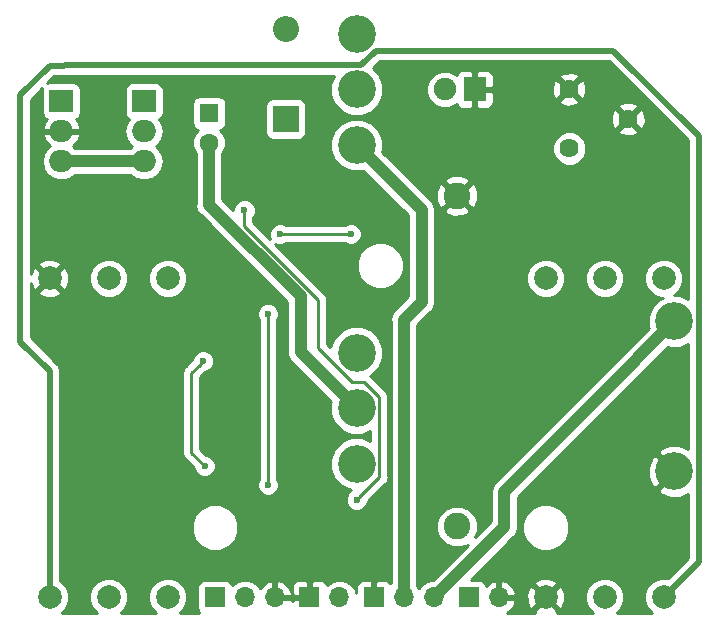
<source format=gbr>
G04 #@! TF.GenerationSoftware,KiCad,Pcbnew,(5.0.1-3-g963ef8bb5)*
G04 #@! TF.CreationDate,2019-05-01T10:43:29-06:00*
G04 #@! TF.ProjectId,NuisanceEngine,4E756973616E6365456E67696E652E6B,rev?*
G04 #@! TF.SameCoordinates,Original*
G04 #@! TF.FileFunction,Copper,L2,Bot,Signal*
G04 #@! TF.FilePolarity,Positive*
%FSLAX46Y46*%
G04 Gerber Fmt 4.6, Leading zero omitted, Abs format (unit mm)*
G04 Created by KiCad (PCBNEW (5.0.1-3-g963ef8bb5)) date Wednesday, 01 May 2019 at 10:43:29*
%MOMM*%
%LPD*%
G01*
G04 APERTURE LIST*
G04 #@! TA.AperFunction,ComponentPad*
%ADD10C,3.200000*%
G04 #@! TD*
G04 #@! TA.AperFunction,ComponentPad*
%ADD11O,2.200000X2.200000*%
G04 #@! TD*
G04 #@! TA.AperFunction,ComponentPad*
%ADD12R,2.200000X2.200000*%
G04 #@! TD*
G04 #@! TA.AperFunction,ComponentPad*
%ADD13O,2.000000X1.905000*%
G04 #@! TD*
G04 #@! TA.AperFunction,ComponentPad*
%ADD14R,2.000000X1.905000*%
G04 #@! TD*
G04 #@! TA.AperFunction,ComponentPad*
%ADD15C,2.000000*%
G04 #@! TD*
G04 #@! TA.AperFunction,ComponentPad*
%ADD16R,1.900000X2.000000*%
G04 #@! TD*
G04 #@! TA.AperFunction,ComponentPad*
%ADD17C,1.900000*%
G04 #@! TD*
G04 #@! TA.AperFunction,ComponentPad*
%ADD18C,2.262000*%
G04 #@! TD*
G04 #@! TA.AperFunction,ComponentPad*
%ADD19C,1.620000*%
G04 #@! TD*
G04 #@! TA.AperFunction,ComponentPad*
%ADD20O,1.700000X1.700000*%
G04 #@! TD*
G04 #@! TA.AperFunction,ComponentPad*
%ADD21R,1.700000X1.700000*%
G04 #@! TD*
G04 #@! TA.AperFunction,ComponentPad*
%ADD22R,1.600000X1.600000*%
G04 #@! TD*
G04 #@! TA.AperFunction,ComponentPad*
%ADD23C,1.600000*%
G04 #@! TD*
G04 #@! TA.AperFunction,ViaPad*
%ADD24C,0.600000*%
G04 #@! TD*
G04 #@! TA.AperFunction,Conductor*
%ADD25C,0.500000*%
G04 #@! TD*
G04 #@! TA.AperFunction,Conductor*
%ADD26C,0.250000*%
G04 #@! TD*
G04 #@! TA.AperFunction,Conductor*
%ADD27C,1.000000*%
G04 #@! TD*
G04 #@! TA.AperFunction,Conductor*
%ADD28C,0.254000*%
G04 #@! TD*
G04 APERTURE END LIST*
D10*
G04 #@! TO.P,SW1,1*
G04 #@! TO.N,Net-(LS1-Pad1)*
X80000000Y-86700000D03*
G04 #@! TO.P,SW1,2*
G04 #@! TO.N,Net-(C8-Pad2)*
X80000000Y-82000000D03*
G04 #@! TO.P,SW1,3*
G04 #@! TO.N,Net-(R22-Pad1)*
X80000000Y-77300000D03*
G04 #@! TD*
D11*
G04 #@! TO.P,D1,2*
G04 #@! TO.N,Net-(D1-Pad2)*
X74000000Y-49880000D03*
D12*
G04 #@! TO.P,D1,1*
G04 #@! TO.N,VDD*
X74000000Y-57500000D03*
G04 #@! TD*
D13*
G04 #@! TO.P,Q4,3*
G04 #@! TO.N,Net-(C8-Pad1)*
X55000000Y-61080000D03*
G04 #@! TO.P,Q4,2*
G04 #@! TO.N,GND*
X55000000Y-58540000D03*
D14*
G04 #@! TO.P,Q4,1*
G04 #@! TO.N,Net-(C7-Pad1)*
X55000000Y-56000000D03*
G04 #@! TD*
D13*
G04 #@! TO.P,Q3,3*
G04 #@! TO.N,Net-(C8-Pad1)*
X62000000Y-61080000D03*
G04 #@! TO.P,Q3,2*
G04 #@! TO.N,VDD*
X62000000Y-58540000D03*
D14*
G04 #@! TO.P,Q3,1*
G04 #@! TO.N,Net-(C7-Pad1)*
X62000000Y-56000000D03*
G04 #@! TD*
D15*
G04 #@! TO.P,RV2,3*
G04 #@! TO.N,Net-(C3-Pad1)*
X106000000Y-71000000D03*
G04 #@! TO.P,RV2,2*
G04 #@! TO.N,Net-(R10-Pad2)*
X101000000Y-71000000D03*
G04 #@! TO.P,RV2,1*
G04 #@! TO.N,Net-(RV2-Pad1)*
X96000000Y-71000000D03*
G04 #@! TD*
G04 #@! TO.P,RV5,3*
G04 #@! TO.N,Net-(C6-Pad1)*
X106000000Y-98000000D03*
G04 #@! TO.P,RV5,2*
G04 #@! TO.N,Net-(C7-Pad2)*
X101000000Y-98000000D03*
G04 #@! TO.P,RV5,1*
G04 #@! TO.N,GND*
X96000000Y-98000000D03*
G04 #@! TD*
G04 #@! TO.P,RV4,3*
G04 #@! TO.N,Net-(C6-Pad2)*
X64000000Y-98000000D03*
G04 #@! TO.P,RV4,2*
X59000000Y-98000000D03*
G04 #@! TO.P,RV4,1*
G04 #@! TO.N,Net-(C6-Pad1)*
X54000000Y-98000000D03*
G04 #@! TD*
G04 #@! TO.P,RV1,3*
G04 #@! TO.N,VDD*
X64000000Y-71000000D03*
G04 #@! TO.P,RV1,2*
G04 #@! TO.N,Net-(R2-Pad1)*
X59000000Y-71000000D03*
G04 #@! TO.P,RV1,1*
G04 #@! TO.N,GND*
X54000000Y-71000000D03*
G04 #@! TD*
D10*
G04 #@! TO.P,BT1,2*
G04 #@! TO.N,GND*
X106900000Y-87350000D03*
G04 #@! TO.P,BT1,1*
G04 #@! TO.N,Net-(BT1-Pad1)*
X106900000Y-74650000D03*
G04 #@! TD*
D16*
G04 #@! TO.P,D2,1*
G04 #@! TO.N,GND*
X90000000Y-55000000D03*
D17*
G04 #@! TO.P,D2,2*
G04 #@! TO.N,Net-(D2-Pad2)*
X87460000Y-55000000D03*
G04 #@! TD*
D18*
G04 #@! TO.P,R22,1*
G04 #@! TO.N,Net-(R22-Pad1)*
X88500000Y-92000000D03*
G04 #@! TO.P,R22,2*
G04 #@! TO.N,GND*
X88500000Y-64000000D03*
G04 #@! TD*
D19*
G04 #@! TO.P,RV3,3*
G04 #@! TO.N,Net-(RV2-Pad1)*
X98000000Y-60000000D03*
G04 #@! TO.P,RV3,2*
G04 #@! TO.N,GND*
X103000000Y-57500000D03*
G04 #@! TO.P,RV3,1*
X98000000Y-55000000D03*
G04 #@! TD*
D10*
G04 #@! TO.P,SW2,1*
G04 #@! TO.N,Net-(J3-Pad2)*
X80000000Y-59700000D03*
G04 #@! TO.P,SW2,2*
G04 #@! TO.N,Net-(D1-Pad2)*
X80000000Y-55000000D03*
G04 #@! TO.P,SW2,3*
G04 #@! TO.N,Net-(SW2-Pad3)*
X80000000Y-50300000D03*
G04 #@! TD*
D20*
G04 #@! TO.P,J1,2*
G04 #@! TO.N,Net-(J1-Pad2)*
X78540000Y-98000000D03*
D21*
G04 #@! TO.P,J1,1*
G04 #@! TO.N,GND*
X76000000Y-98000000D03*
G04 #@! TD*
D20*
G04 #@! TO.P,J2,3*
G04 #@! TO.N,GND*
X73080000Y-98000000D03*
G04 #@! TO.P,J2,2*
G04 #@! TO.N,Net-(C11-Pad1)*
X70540000Y-98000000D03*
D21*
G04 #@! TO.P,J2,1*
G04 #@! TO.N,Net-(C10-Pad1)*
X68000000Y-98000000D03*
G04 #@! TD*
G04 #@! TO.P,J3,1*
G04 #@! TO.N,GND*
X81460000Y-98000000D03*
D20*
G04 #@! TO.P,J3,2*
G04 #@! TO.N,Net-(J3-Pad2)*
X84000000Y-98000000D03*
G04 #@! TO.P,J3,3*
G04 #@! TO.N,Net-(BT1-Pad1)*
X86540000Y-98000000D03*
G04 #@! TD*
D21*
G04 #@! TO.P,LS1,1*
G04 #@! TO.N,Net-(LS1-Pad1)*
X89500000Y-98000000D03*
D20*
G04 #@! TO.P,LS1,2*
G04 #@! TO.N,GND*
X92040000Y-98000000D03*
G04 #@! TD*
D22*
G04 #@! TO.P,C8,1*
G04 #@! TO.N,Net-(C8-Pad1)*
X67500000Y-57000000D03*
D23*
G04 #@! TO.P,C8,2*
G04 #@! TO.N,Net-(C8-Pad2)*
X67500000Y-59500000D03*
G04 #@! TD*
D24*
G04 #@! TO.N,GND*
X67000000Y-82000000D03*
X67000000Y-80500000D03*
X71000000Y-71750000D03*
X70250000Y-71750000D03*
X72000000Y-64750000D03*
X72000000Y-64000000D03*
X71250000Y-93000000D03*
X71250000Y-92250000D03*
X75750000Y-60500000D03*
X77250000Y-64750000D03*
X82750000Y-72750000D03*
X81750000Y-72750000D03*
X71000000Y-57000000D03*
X71000000Y-57750000D03*
X87000000Y-76000000D03*
X88000000Y-76000000D03*
X89000000Y-76000000D03*
X90000000Y-76000000D03*
X89000000Y-77000000D03*
X90000000Y-77000000D03*
X87000000Y-77000000D03*
X88000000Y-77000000D03*
G04 #@! TO.N,Net-(C6-Pad2)*
X67125000Y-86875000D03*
X67000000Y-78000000D03*
G04 #@! TO.N,GND*
X87000000Y-78000000D03*
X88000000Y-78000000D03*
X89000000Y-78000000D03*
X90000000Y-78000000D03*
G04 #@! TO.N,Net-(R1-Pad2)*
X80000000Y-89750000D03*
X70500000Y-65250000D03*
G04 #@! TO.N,Net-(R14-Pad2)*
X72500000Y-74000000D03*
X72500000Y-88500000D03*
G04 #@! TO.N,Net-(R20-Pad2)*
X79500000Y-67250000D03*
X73500000Y-67250000D03*
G04 #@! TD*
D25*
G04 #@! TO.N,Net-(C6-Pad1)*
X54000000Y-96585787D02*
X54000000Y-98000000D01*
X54000000Y-78853998D02*
X54000000Y-96585787D01*
X106000000Y-98000000D02*
X108950001Y-95049999D01*
X55237498Y-53000000D02*
X54000000Y-53000000D01*
X51500000Y-55500000D02*
X51500000Y-76353998D01*
X55287499Y-52949999D02*
X55237498Y-53000000D01*
X51500000Y-76353998D02*
X54000000Y-78853998D01*
X80384003Y-52949999D02*
X55287499Y-52949999D01*
X101739999Y-51739999D02*
X81594003Y-51739999D01*
X54000000Y-53000000D02*
X51500000Y-55500000D01*
X108950001Y-58950001D02*
X101739999Y-51739999D01*
X108950001Y-95049999D02*
X108950001Y-58950001D01*
X81594003Y-51739999D02*
X80384003Y-52949999D01*
D26*
G04 #@! TO.N,Net-(C6-Pad2)*
X67000000Y-86750000D02*
X67125000Y-86875000D01*
X66000000Y-85750000D02*
X66000000Y-79000000D01*
X66700001Y-78299999D02*
X67000000Y-78000000D01*
X66000000Y-79000000D02*
X66700001Y-78299999D01*
X67125000Y-86875000D02*
X66000000Y-85750000D01*
D27*
G04 #@! TO.N,Net-(C8-Pad1)*
X55000000Y-61080000D02*
X62000000Y-61080000D01*
G04 #@! TO.N,Net-(C8-Pad2)*
X67500000Y-64750000D02*
X67500000Y-59500000D01*
X75250000Y-72500000D02*
X67500000Y-64750000D01*
X75250000Y-77250000D02*
X75250000Y-72500000D01*
X75250000Y-77250000D02*
X80000000Y-82000000D01*
G04 #@! TO.N,Net-(BT1-Pad1)*
X100500000Y-81050000D02*
X106900000Y-74650000D01*
X86540000Y-98000000D02*
X92500000Y-92040000D01*
X92500000Y-89050000D02*
X100500000Y-81050000D01*
X92500000Y-92040000D02*
X92500000Y-89050000D01*
D26*
G04 #@! TO.N,Net-(R1-Pad2)*
X76750000Y-76899002D02*
X79600998Y-79750000D01*
X76750000Y-72833260D02*
X76750000Y-76899002D01*
X70500000Y-66583260D02*
X76750000Y-72833260D01*
X70500000Y-65250000D02*
X70500000Y-66583260D01*
X80299999Y-89450001D02*
X80000000Y-89750000D01*
X81925001Y-87824999D02*
X80299999Y-89450001D01*
X80599002Y-79750000D02*
X81925001Y-81075999D01*
X81925001Y-81075999D02*
X81925001Y-87824999D01*
X79600998Y-79750000D02*
X80599002Y-79750000D01*
G04 #@! TO.N,Net-(R14-Pad2)*
X72500000Y-88500000D02*
X72500000Y-74000000D01*
G04 #@! TO.N,Net-(R20-Pad2)*
X73500000Y-67250000D02*
X79500000Y-67250000D01*
D27*
G04 #@! TO.N,Net-(J3-Pad2)*
X84000000Y-98000000D02*
X84000000Y-74500000D01*
X84000000Y-74500000D02*
X85500000Y-73000000D01*
X85500000Y-65200000D02*
X80000000Y-59700000D01*
X85500000Y-73000000D02*
X85500000Y-65200000D01*
G04 #@! TD*
D28*
G04 #@! TO.N,GND*
G36*
X108065001Y-85407143D02*
X107307654Y-85107974D01*
X106418637Y-85122635D01*
X105665390Y-85434640D01*
X105493403Y-85763798D01*
X106900000Y-87170395D01*
X106914143Y-87156253D01*
X107093748Y-87335858D01*
X107079605Y-87350000D01*
X107093748Y-87364143D01*
X106914143Y-87543748D01*
X106900000Y-87529605D01*
X105493403Y-88936202D01*
X105665390Y-89265360D01*
X106492346Y-89592026D01*
X107381363Y-89577365D01*
X108065001Y-89294193D01*
X108065001Y-94683420D01*
X106366375Y-96382046D01*
X106325222Y-96365000D01*
X105674778Y-96365000D01*
X105073847Y-96613914D01*
X104613914Y-97073847D01*
X104365000Y-97674778D01*
X104365000Y-98325222D01*
X104613914Y-98926153D01*
X104977761Y-99290000D01*
X102022239Y-99290000D01*
X102386086Y-98926153D01*
X102635000Y-98325222D01*
X102635000Y-97674778D01*
X102386086Y-97073847D01*
X101926153Y-96613914D01*
X101325222Y-96365000D01*
X100674778Y-96365000D01*
X100073847Y-96613914D01*
X99613914Y-97073847D01*
X99365000Y-97674778D01*
X99365000Y-98325222D01*
X99613914Y-98926153D01*
X99977761Y-99290000D01*
X96922102Y-99290000D01*
X96972927Y-99152532D01*
X96000000Y-98179605D01*
X95027073Y-99152532D01*
X95077898Y-99290000D01*
X92762608Y-99290000D01*
X92806924Y-99271645D01*
X93235183Y-98881358D01*
X93481486Y-98356892D01*
X93360819Y-98127000D01*
X92167000Y-98127000D01*
X92167000Y-98147000D01*
X91913000Y-98147000D01*
X91913000Y-98127000D01*
X91893000Y-98127000D01*
X91893000Y-97873000D01*
X91913000Y-97873000D01*
X91913000Y-96679845D01*
X92167000Y-96679845D01*
X92167000Y-97873000D01*
X93360819Y-97873000D01*
X93433011Y-97735461D01*
X94354092Y-97735461D01*
X94378144Y-98385460D01*
X94580613Y-98874264D01*
X94847468Y-98972927D01*
X95820395Y-98000000D01*
X96179605Y-98000000D01*
X97152532Y-98972927D01*
X97419387Y-98874264D01*
X97645908Y-98264539D01*
X97621856Y-97614540D01*
X97419387Y-97125736D01*
X97152532Y-97027073D01*
X96179605Y-98000000D01*
X95820395Y-98000000D01*
X94847468Y-97027073D01*
X94580613Y-97125736D01*
X94354092Y-97735461D01*
X93433011Y-97735461D01*
X93481486Y-97643108D01*
X93235183Y-97118642D01*
X92937626Y-96847468D01*
X95027073Y-96847468D01*
X96000000Y-97820395D01*
X96972927Y-96847468D01*
X96874264Y-96580613D01*
X96264539Y-96354092D01*
X95614540Y-96378144D01*
X95125736Y-96580613D01*
X95027073Y-96847468D01*
X92937626Y-96847468D01*
X92806924Y-96728355D01*
X92396890Y-96558524D01*
X92167000Y-96679845D01*
X91913000Y-96679845D01*
X91683110Y-96558524D01*
X91273076Y-96728355D01*
X90968739Y-97005708D01*
X90948157Y-96902235D01*
X90807809Y-96692191D01*
X90597765Y-96551843D01*
X90350000Y-96502560D01*
X89642571Y-96502560D01*
X93223522Y-92921610D01*
X93318289Y-92858289D01*
X93569146Y-92482855D01*
X93635000Y-92151783D01*
X93635000Y-92151782D01*
X93657235Y-92040000D01*
X93635000Y-91928217D01*
X93635000Y-91705159D01*
X94015000Y-91705159D01*
X94015000Y-92494841D01*
X94317199Y-93224412D01*
X94875588Y-93782801D01*
X95605159Y-94085000D01*
X96394841Y-94085000D01*
X97124412Y-93782801D01*
X97682801Y-93224412D01*
X97985000Y-92494841D01*
X97985000Y-91705159D01*
X97682801Y-90975588D01*
X97124412Y-90417199D01*
X96394841Y-90115000D01*
X95605159Y-90115000D01*
X94875588Y-90417199D01*
X94317199Y-90975588D01*
X94015000Y-91705159D01*
X93635000Y-91705159D01*
X93635000Y-89520131D01*
X96212785Y-86942346D01*
X104657974Y-86942346D01*
X104672635Y-87831363D01*
X104984640Y-88584610D01*
X105313798Y-88756597D01*
X106720395Y-87350000D01*
X105313798Y-85943403D01*
X104984640Y-86115390D01*
X104657974Y-86942346D01*
X96212785Y-86942346D01*
X101381608Y-81773525D01*
X101381612Y-81773519D01*
X106324405Y-76830727D01*
X106455431Y-76885000D01*
X107344569Y-76885000D01*
X108065002Y-76586587D01*
X108065001Y-85407143D01*
X108065001Y-85407143D01*
G37*
X108065001Y-85407143D02*
X107307654Y-85107974D01*
X106418637Y-85122635D01*
X105665390Y-85434640D01*
X105493403Y-85763798D01*
X106900000Y-87170395D01*
X106914143Y-87156253D01*
X107093748Y-87335858D01*
X107079605Y-87350000D01*
X107093748Y-87364143D01*
X106914143Y-87543748D01*
X106900000Y-87529605D01*
X105493403Y-88936202D01*
X105665390Y-89265360D01*
X106492346Y-89592026D01*
X107381363Y-89577365D01*
X108065001Y-89294193D01*
X108065001Y-94683420D01*
X106366375Y-96382046D01*
X106325222Y-96365000D01*
X105674778Y-96365000D01*
X105073847Y-96613914D01*
X104613914Y-97073847D01*
X104365000Y-97674778D01*
X104365000Y-98325222D01*
X104613914Y-98926153D01*
X104977761Y-99290000D01*
X102022239Y-99290000D01*
X102386086Y-98926153D01*
X102635000Y-98325222D01*
X102635000Y-97674778D01*
X102386086Y-97073847D01*
X101926153Y-96613914D01*
X101325222Y-96365000D01*
X100674778Y-96365000D01*
X100073847Y-96613914D01*
X99613914Y-97073847D01*
X99365000Y-97674778D01*
X99365000Y-98325222D01*
X99613914Y-98926153D01*
X99977761Y-99290000D01*
X96922102Y-99290000D01*
X96972927Y-99152532D01*
X96000000Y-98179605D01*
X95027073Y-99152532D01*
X95077898Y-99290000D01*
X92762608Y-99290000D01*
X92806924Y-99271645D01*
X93235183Y-98881358D01*
X93481486Y-98356892D01*
X93360819Y-98127000D01*
X92167000Y-98127000D01*
X92167000Y-98147000D01*
X91913000Y-98147000D01*
X91913000Y-98127000D01*
X91893000Y-98127000D01*
X91893000Y-97873000D01*
X91913000Y-97873000D01*
X91913000Y-96679845D01*
X92167000Y-96679845D01*
X92167000Y-97873000D01*
X93360819Y-97873000D01*
X93433011Y-97735461D01*
X94354092Y-97735461D01*
X94378144Y-98385460D01*
X94580613Y-98874264D01*
X94847468Y-98972927D01*
X95820395Y-98000000D01*
X96179605Y-98000000D01*
X97152532Y-98972927D01*
X97419387Y-98874264D01*
X97645908Y-98264539D01*
X97621856Y-97614540D01*
X97419387Y-97125736D01*
X97152532Y-97027073D01*
X96179605Y-98000000D01*
X95820395Y-98000000D01*
X94847468Y-97027073D01*
X94580613Y-97125736D01*
X94354092Y-97735461D01*
X93433011Y-97735461D01*
X93481486Y-97643108D01*
X93235183Y-97118642D01*
X92937626Y-96847468D01*
X95027073Y-96847468D01*
X96000000Y-97820395D01*
X96972927Y-96847468D01*
X96874264Y-96580613D01*
X96264539Y-96354092D01*
X95614540Y-96378144D01*
X95125736Y-96580613D01*
X95027073Y-96847468D01*
X92937626Y-96847468D01*
X92806924Y-96728355D01*
X92396890Y-96558524D01*
X92167000Y-96679845D01*
X91913000Y-96679845D01*
X91683110Y-96558524D01*
X91273076Y-96728355D01*
X90968739Y-97005708D01*
X90948157Y-96902235D01*
X90807809Y-96692191D01*
X90597765Y-96551843D01*
X90350000Y-96502560D01*
X89642571Y-96502560D01*
X93223522Y-92921610D01*
X93318289Y-92858289D01*
X93569146Y-92482855D01*
X93635000Y-92151783D01*
X93635000Y-92151782D01*
X93657235Y-92040000D01*
X93635000Y-91928217D01*
X93635000Y-91705159D01*
X94015000Y-91705159D01*
X94015000Y-92494841D01*
X94317199Y-93224412D01*
X94875588Y-93782801D01*
X95605159Y-94085000D01*
X96394841Y-94085000D01*
X97124412Y-93782801D01*
X97682801Y-93224412D01*
X97985000Y-92494841D01*
X97985000Y-91705159D01*
X97682801Y-90975588D01*
X97124412Y-90417199D01*
X96394841Y-90115000D01*
X95605159Y-90115000D01*
X94875588Y-90417199D01*
X94317199Y-90975588D01*
X94015000Y-91705159D01*
X93635000Y-91705159D01*
X93635000Y-89520131D01*
X96212785Y-86942346D01*
X104657974Y-86942346D01*
X104672635Y-87831363D01*
X104984640Y-88584610D01*
X105313798Y-88756597D01*
X106720395Y-87350000D01*
X105313798Y-85943403D01*
X104984640Y-86115390D01*
X104657974Y-86942346D01*
X96212785Y-86942346D01*
X101381608Y-81773525D01*
X101381612Y-81773519D01*
X106324405Y-76830727D01*
X106455431Y-76885000D01*
X107344569Y-76885000D01*
X108065002Y-76586587D01*
X108065001Y-85407143D01*
G36*
X108065002Y-59316581D02*
X108065002Y-72713413D01*
X107344569Y-72415000D01*
X106856348Y-72415000D01*
X106926153Y-72386086D01*
X107386086Y-71926153D01*
X107635000Y-71325222D01*
X107635000Y-70674778D01*
X107386086Y-70073847D01*
X106926153Y-69613914D01*
X106325222Y-69365000D01*
X105674778Y-69365000D01*
X105073847Y-69613914D01*
X104613914Y-70073847D01*
X104365000Y-70674778D01*
X104365000Y-71325222D01*
X104613914Y-71926153D01*
X105073847Y-72386086D01*
X105674778Y-72635000D01*
X105924305Y-72635000D01*
X105633974Y-72755259D01*
X105005259Y-73383974D01*
X104665000Y-74205431D01*
X104665000Y-75094569D01*
X104719273Y-75225595D01*
X99776481Y-80168388D01*
X99776475Y-80168392D01*
X91776480Y-88168389D01*
X91681712Y-88231711D01*
X91587354Y-88372928D01*
X91430854Y-88607146D01*
X91342765Y-89050000D01*
X91365001Y-89161788D01*
X91365000Y-91569868D01*
X90041432Y-92893437D01*
X90266000Y-92351279D01*
X90266000Y-91648721D01*
X89997143Y-90999641D01*
X89500359Y-90502857D01*
X88851279Y-90234000D01*
X88148721Y-90234000D01*
X87499641Y-90502857D01*
X87002857Y-90999641D01*
X86734000Y-91648721D01*
X86734000Y-92351279D01*
X87002857Y-93000359D01*
X87499641Y-93497143D01*
X88148721Y-93766000D01*
X88851279Y-93766000D01*
X89393437Y-93541431D01*
X86419869Y-96515000D01*
X86393744Y-96515000D01*
X85960582Y-96601161D01*
X85469375Y-96929375D01*
X85270000Y-97227761D01*
X85135000Y-97025719D01*
X85135000Y-74970131D01*
X86223521Y-73881611D01*
X86318289Y-73818289D01*
X86569146Y-73442855D01*
X86635000Y-73111783D01*
X86635000Y-73111782D01*
X86657235Y-73000001D01*
X86635000Y-72888219D01*
X86635000Y-70674778D01*
X94365000Y-70674778D01*
X94365000Y-71325222D01*
X94613914Y-71926153D01*
X95073847Y-72386086D01*
X95674778Y-72635000D01*
X96325222Y-72635000D01*
X96926153Y-72386086D01*
X97386086Y-71926153D01*
X97635000Y-71325222D01*
X97635000Y-70674778D01*
X99365000Y-70674778D01*
X99365000Y-71325222D01*
X99613914Y-71926153D01*
X100073847Y-72386086D01*
X100674778Y-72635000D01*
X101325222Y-72635000D01*
X101926153Y-72386086D01*
X102386086Y-71926153D01*
X102635000Y-71325222D01*
X102635000Y-70674778D01*
X102386086Y-70073847D01*
X101926153Y-69613914D01*
X101325222Y-69365000D01*
X100674778Y-69365000D01*
X100073847Y-69613914D01*
X99613914Y-70073847D01*
X99365000Y-70674778D01*
X97635000Y-70674778D01*
X97386086Y-70073847D01*
X96926153Y-69613914D01*
X96325222Y-69365000D01*
X95674778Y-69365000D01*
X95073847Y-69613914D01*
X94613914Y-70073847D01*
X94365000Y-70674778D01*
X86635000Y-70674778D01*
X86635000Y-65311783D01*
X86647829Y-65247286D01*
X87432319Y-65247286D01*
X87547016Y-65527736D01*
X88204197Y-65776136D01*
X88906411Y-65754134D01*
X89452984Y-65527736D01*
X89567681Y-65247286D01*
X88500000Y-64179605D01*
X87432319Y-65247286D01*
X86647829Y-65247286D01*
X86657235Y-65200000D01*
X86569146Y-64757145D01*
X86381609Y-64476476D01*
X86318289Y-64381711D01*
X86223524Y-64318391D01*
X85609330Y-63704197D01*
X86723864Y-63704197D01*
X86745866Y-64406411D01*
X86972264Y-64952984D01*
X87252714Y-65067681D01*
X88320395Y-64000000D01*
X88679605Y-64000000D01*
X89747286Y-65067681D01*
X90027736Y-64952984D01*
X90276136Y-64295803D01*
X90254134Y-63593589D01*
X90027736Y-63047016D01*
X89747286Y-62932319D01*
X88679605Y-64000000D01*
X88320395Y-64000000D01*
X87252714Y-62932319D01*
X86972264Y-63047016D01*
X86723864Y-63704197D01*
X85609330Y-63704197D01*
X84657847Y-62752714D01*
X87432319Y-62752714D01*
X88500000Y-63820395D01*
X89567681Y-62752714D01*
X89452984Y-62472264D01*
X88795803Y-62223864D01*
X88093589Y-62245866D01*
X87547016Y-62472264D01*
X87432319Y-62752714D01*
X84657847Y-62752714D01*
X82180727Y-60275595D01*
X82235000Y-60144569D01*
X82235000Y-59712572D01*
X96555000Y-59712572D01*
X96555000Y-60287428D01*
X96774988Y-60818527D01*
X97181473Y-61225012D01*
X97712572Y-61445000D01*
X98287428Y-61445000D01*
X98818527Y-61225012D01*
X99225012Y-60818527D01*
X99445000Y-60287428D01*
X99445000Y-59712572D01*
X99225012Y-59181473D01*
X98818527Y-58774988D01*
X98287428Y-58555000D01*
X97712572Y-58555000D01*
X97181473Y-58774988D01*
X96774988Y-59181473D01*
X96555000Y-59712572D01*
X82235000Y-59712572D01*
X82235000Y-59255431D01*
X81928299Y-58514988D01*
X102164617Y-58514988D01*
X102239980Y-58762144D01*
X102780834Y-58956916D01*
X103355055Y-58929886D01*
X103760020Y-58762144D01*
X103835383Y-58514988D01*
X103000000Y-57679605D01*
X102164617Y-58514988D01*
X81928299Y-58514988D01*
X81894741Y-58433974D01*
X81266026Y-57805259D01*
X80444569Y-57465000D01*
X79555431Y-57465000D01*
X78733974Y-57805259D01*
X78105259Y-58433974D01*
X77765000Y-59255431D01*
X77765000Y-60144569D01*
X78105259Y-60966026D01*
X78733974Y-61594741D01*
X79555431Y-61935000D01*
X80444569Y-61935000D01*
X80575595Y-61880727D01*
X84365001Y-65670134D01*
X84365000Y-72529868D01*
X83276480Y-73618389D01*
X83181712Y-73681711D01*
X83081485Y-73831712D01*
X82930854Y-74057146D01*
X82842765Y-74500000D01*
X82865001Y-74611788D01*
X82865000Y-96830554D01*
X82848327Y-96790302D01*
X82669699Y-96611673D01*
X82436310Y-96515000D01*
X81745750Y-96515000D01*
X81587000Y-96673750D01*
X81587000Y-97873000D01*
X81607000Y-97873000D01*
X81607000Y-98127000D01*
X81587000Y-98127000D01*
X81587000Y-98147000D01*
X81333000Y-98147000D01*
X81333000Y-98127000D01*
X81313000Y-98127000D01*
X81313000Y-97873000D01*
X81333000Y-97873000D01*
X81333000Y-96673750D01*
X81174250Y-96515000D01*
X80483690Y-96515000D01*
X80250301Y-96611673D01*
X80071673Y-96790302D01*
X79975000Y-97023691D01*
X79975000Y-97602376D01*
X79938839Y-97420582D01*
X79610625Y-96929375D01*
X79119418Y-96601161D01*
X78686256Y-96515000D01*
X78393744Y-96515000D01*
X77960582Y-96601161D01*
X77469375Y-96929375D01*
X77454904Y-96951033D01*
X77388327Y-96790302D01*
X77209699Y-96611673D01*
X76976310Y-96515000D01*
X76285750Y-96515000D01*
X76127000Y-96673750D01*
X76127000Y-97873000D01*
X76147000Y-97873000D01*
X76147000Y-98127000D01*
X76127000Y-98127000D01*
X76127000Y-98147000D01*
X75873000Y-98147000D01*
X75873000Y-98127000D01*
X74673750Y-98127000D01*
X74515000Y-98285750D01*
X74515000Y-98344535D01*
X74400819Y-98127000D01*
X73207000Y-98127000D01*
X73207000Y-98147000D01*
X72953000Y-98147000D01*
X72953000Y-98127000D01*
X72933000Y-98127000D01*
X72933000Y-97873000D01*
X72953000Y-97873000D01*
X72953000Y-96679845D01*
X73207000Y-96679845D01*
X73207000Y-97873000D01*
X74400819Y-97873000D01*
X74515000Y-97655465D01*
X74515000Y-97714250D01*
X74673750Y-97873000D01*
X75873000Y-97873000D01*
X75873000Y-96673750D01*
X75714250Y-96515000D01*
X75023690Y-96515000D01*
X74790301Y-96611673D01*
X74611673Y-96790302D01*
X74515000Y-97023691D01*
X74515000Y-97629297D01*
X74275183Y-97118642D01*
X73846924Y-96728355D01*
X73436890Y-96558524D01*
X73207000Y-96679845D01*
X72953000Y-96679845D01*
X72723110Y-96558524D01*
X72313076Y-96728355D01*
X71884817Y-97118642D01*
X71823843Y-97248478D01*
X71610625Y-96929375D01*
X71119418Y-96601161D01*
X70686256Y-96515000D01*
X70393744Y-96515000D01*
X69960582Y-96601161D01*
X69469375Y-96929375D01*
X69457184Y-96947619D01*
X69448157Y-96902235D01*
X69307809Y-96692191D01*
X69097765Y-96551843D01*
X68850000Y-96502560D01*
X67150000Y-96502560D01*
X66902235Y-96551843D01*
X66692191Y-96692191D01*
X66551843Y-96902235D01*
X66502560Y-97150000D01*
X66502560Y-98850000D01*
X66551843Y-99097765D01*
X66680291Y-99290000D01*
X65022239Y-99290000D01*
X65386086Y-98926153D01*
X65635000Y-98325222D01*
X65635000Y-97674778D01*
X65386086Y-97073847D01*
X64926153Y-96613914D01*
X64325222Y-96365000D01*
X63674778Y-96365000D01*
X63073847Y-96613914D01*
X62613914Y-97073847D01*
X62365000Y-97674778D01*
X62365000Y-98325222D01*
X62613914Y-98926153D01*
X62977761Y-99290000D01*
X60022239Y-99290000D01*
X60386086Y-98926153D01*
X60635000Y-98325222D01*
X60635000Y-97674778D01*
X60386086Y-97073847D01*
X59926153Y-96613914D01*
X59325222Y-96365000D01*
X58674778Y-96365000D01*
X58073847Y-96613914D01*
X57613914Y-97073847D01*
X57365000Y-97674778D01*
X57365000Y-98325222D01*
X57613914Y-98926153D01*
X57977761Y-99290000D01*
X55022239Y-99290000D01*
X55386086Y-98926153D01*
X55635000Y-98325222D01*
X55635000Y-97674778D01*
X55386086Y-97073847D01*
X54926153Y-96613914D01*
X54885000Y-96596868D01*
X54885000Y-91705159D01*
X66015000Y-91705159D01*
X66015000Y-92494841D01*
X66317199Y-93224412D01*
X66875588Y-93782801D01*
X67605159Y-94085000D01*
X68394841Y-94085000D01*
X69124412Y-93782801D01*
X69682801Y-93224412D01*
X69985000Y-92494841D01*
X69985000Y-91705159D01*
X69682801Y-90975588D01*
X69124412Y-90417199D01*
X68394841Y-90115000D01*
X67605159Y-90115000D01*
X66875588Y-90417199D01*
X66317199Y-90975588D01*
X66015000Y-91705159D01*
X54885000Y-91705159D01*
X54885000Y-79000000D01*
X65225112Y-79000000D01*
X65240001Y-79074852D01*
X65240000Y-85675153D01*
X65225112Y-85750000D01*
X65240000Y-85824847D01*
X65240000Y-85824851D01*
X65284096Y-86046536D01*
X65452071Y-86297929D01*
X65515530Y-86340331D01*
X66190000Y-87014802D01*
X66190000Y-87060983D01*
X66332345Y-87404635D01*
X66595365Y-87667655D01*
X66939017Y-87810000D01*
X67310983Y-87810000D01*
X67654635Y-87667655D01*
X67917655Y-87404635D01*
X68060000Y-87060983D01*
X68060000Y-86689017D01*
X67917655Y-86345365D01*
X67654635Y-86082345D01*
X67310983Y-85940000D01*
X67264802Y-85940000D01*
X66760000Y-85435199D01*
X66760000Y-79314801D01*
X67139802Y-78935000D01*
X67185983Y-78935000D01*
X67529635Y-78792655D01*
X67792655Y-78529635D01*
X67935000Y-78185983D01*
X67935000Y-77814017D01*
X67792655Y-77470365D01*
X67529635Y-77207345D01*
X67185983Y-77065000D01*
X66814017Y-77065000D01*
X66470365Y-77207345D01*
X66207345Y-77470365D01*
X66065000Y-77814017D01*
X66065000Y-77860198D01*
X65515528Y-78409671D01*
X65452072Y-78452071D01*
X65409672Y-78515527D01*
X65409671Y-78515528D01*
X65284097Y-78703463D01*
X65225112Y-79000000D01*
X54885000Y-79000000D01*
X54885000Y-78941159D01*
X54902337Y-78853998D01*
X54885000Y-78766837D01*
X54885000Y-78766833D01*
X54833652Y-78508688D01*
X54765863Y-78407235D01*
X54687424Y-78289843D01*
X54687423Y-78289842D01*
X54638049Y-78215949D01*
X54564156Y-78166575D01*
X52385000Y-75987420D01*
X52385000Y-73814017D01*
X71565000Y-73814017D01*
X71565000Y-74185983D01*
X71707345Y-74529635D01*
X71740001Y-74562291D01*
X71740000Y-87937710D01*
X71707345Y-87970365D01*
X71565000Y-88314017D01*
X71565000Y-88685983D01*
X71707345Y-89029635D01*
X71970365Y-89292655D01*
X72314017Y-89435000D01*
X72685983Y-89435000D01*
X73029635Y-89292655D01*
X73292655Y-89029635D01*
X73435000Y-88685983D01*
X73435000Y-88314017D01*
X73292655Y-87970365D01*
X73260000Y-87937710D01*
X73260000Y-74562290D01*
X73292655Y-74529635D01*
X73435000Y-74185983D01*
X73435000Y-73814017D01*
X73292655Y-73470365D01*
X73029635Y-73207345D01*
X72685983Y-73065000D01*
X72314017Y-73065000D01*
X71970365Y-73207345D01*
X71707345Y-73470365D01*
X71565000Y-73814017D01*
X52385000Y-73814017D01*
X52385000Y-72152532D01*
X53027073Y-72152532D01*
X53125736Y-72419387D01*
X53735461Y-72645908D01*
X54385460Y-72621856D01*
X54874264Y-72419387D01*
X54972927Y-72152532D01*
X54000000Y-71179605D01*
X53027073Y-72152532D01*
X52385000Y-72152532D01*
X52385000Y-71402012D01*
X52580613Y-71874264D01*
X52847468Y-71972927D01*
X53820395Y-71000000D01*
X54179605Y-71000000D01*
X55152532Y-71972927D01*
X55419387Y-71874264D01*
X55645908Y-71264539D01*
X55624085Y-70674778D01*
X57365000Y-70674778D01*
X57365000Y-71325222D01*
X57613914Y-71926153D01*
X58073847Y-72386086D01*
X58674778Y-72635000D01*
X59325222Y-72635000D01*
X59926153Y-72386086D01*
X60386086Y-71926153D01*
X60635000Y-71325222D01*
X60635000Y-70674778D01*
X62365000Y-70674778D01*
X62365000Y-71325222D01*
X62613914Y-71926153D01*
X63073847Y-72386086D01*
X63674778Y-72635000D01*
X64325222Y-72635000D01*
X64926153Y-72386086D01*
X65386086Y-71926153D01*
X65635000Y-71325222D01*
X65635000Y-70674778D01*
X65386086Y-70073847D01*
X64926153Y-69613914D01*
X64325222Y-69365000D01*
X63674778Y-69365000D01*
X63073847Y-69613914D01*
X62613914Y-70073847D01*
X62365000Y-70674778D01*
X60635000Y-70674778D01*
X60386086Y-70073847D01*
X59926153Y-69613914D01*
X59325222Y-69365000D01*
X58674778Y-69365000D01*
X58073847Y-69613914D01*
X57613914Y-70073847D01*
X57365000Y-70674778D01*
X55624085Y-70674778D01*
X55621856Y-70614540D01*
X55419387Y-70125736D01*
X55152532Y-70027073D01*
X54179605Y-71000000D01*
X53820395Y-71000000D01*
X52847468Y-70027073D01*
X52580613Y-70125736D01*
X52385000Y-70652266D01*
X52385000Y-69847468D01*
X53027073Y-69847468D01*
X54000000Y-70820395D01*
X54972927Y-69847468D01*
X54874264Y-69580613D01*
X54264539Y-69354092D01*
X53614540Y-69378144D01*
X53125736Y-69580613D01*
X53027073Y-69847468D01*
X52385000Y-69847468D01*
X52385000Y-61080000D01*
X53333900Y-61080000D01*
X53457109Y-61699411D01*
X53807977Y-62224523D01*
X54333089Y-62575391D01*
X54796150Y-62667500D01*
X55203850Y-62667500D01*
X55666911Y-62575391D01*
X56192023Y-62224523D01*
X56198386Y-62215000D01*
X60801614Y-62215000D01*
X60807977Y-62224523D01*
X61333089Y-62575391D01*
X61796150Y-62667500D01*
X62203850Y-62667500D01*
X62666911Y-62575391D01*
X63192023Y-62224523D01*
X63542891Y-61699411D01*
X63666100Y-61080000D01*
X63542891Y-60460589D01*
X63192023Y-59935477D01*
X63004233Y-59810000D01*
X63192023Y-59684523D01*
X63542891Y-59159411D01*
X63666100Y-58540000D01*
X63542891Y-57920589D01*
X63280912Y-57528509D01*
X63457809Y-57410309D01*
X63598157Y-57200265D01*
X63647440Y-56952500D01*
X63647440Y-56200000D01*
X66052560Y-56200000D01*
X66052560Y-57800000D01*
X66101843Y-58047765D01*
X66242191Y-58257809D01*
X66452235Y-58398157D01*
X66552503Y-58418101D01*
X66283466Y-58687138D01*
X66065000Y-59214561D01*
X66065000Y-59785439D01*
X66283466Y-60312862D01*
X66365001Y-60394397D01*
X66365000Y-64638217D01*
X66342765Y-64750000D01*
X66427332Y-65175148D01*
X66430854Y-65192854D01*
X66681711Y-65568289D01*
X66776482Y-65631613D01*
X74115001Y-72970133D01*
X74115000Y-77138217D01*
X74092765Y-77250000D01*
X74136598Y-77470365D01*
X74180854Y-77692854D01*
X74431711Y-78068289D01*
X74526482Y-78131613D01*
X77819273Y-81424405D01*
X77765000Y-81555431D01*
X77765000Y-82444569D01*
X78105259Y-83266026D01*
X78733974Y-83894741D01*
X79555431Y-84235000D01*
X80444569Y-84235000D01*
X81165001Y-83936587D01*
X81165002Y-84763413D01*
X80444569Y-84465000D01*
X79555431Y-84465000D01*
X78733974Y-84805259D01*
X78105259Y-85433974D01*
X77765000Y-86255431D01*
X77765000Y-87144569D01*
X78105259Y-87966026D01*
X78733974Y-88594741D01*
X79539871Y-88928555D01*
X79470365Y-88957345D01*
X79207345Y-89220365D01*
X79065000Y-89564017D01*
X79065000Y-89935983D01*
X79207345Y-90279635D01*
X79470365Y-90542655D01*
X79814017Y-90685000D01*
X80185983Y-90685000D01*
X80529635Y-90542655D01*
X80792655Y-90279635D01*
X80935000Y-89935983D01*
X80935000Y-89889801D01*
X82409474Y-88415328D01*
X82472930Y-88372928D01*
X82640905Y-88121536D01*
X82685001Y-87899851D01*
X82685001Y-87899846D01*
X82699889Y-87824999D01*
X82685001Y-87750152D01*
X82685001Y-81150847D01*
X82699889Y-81075999D01*
X82685001Y-81001151D01*
X82685001Y-81001147D01*
X82640905Y-80779462D01*
X82640905Y-80779461D01*
X82515330Y-80591526D01*
X82472930Y-80528070D01*
X82409474Y-80485670D01*
X81189333Y-79265530D01*
X81168912Y-79234967D01*
X81266026Y-79194741D01*
X81894741Y-78566026D01*
X82235000Y-77744569D01*
X82235000Y-76855431D01*
X81894741Y-76033974D01*
X81266026Y-75405259D01*
X80444569Y-75065000D01*
X79555431Y-75065000D01*
X78733974Y-75405259D01*
X78105259Y-76033974D01*
X77769754Y-76843955D01*
X77510000Y-76584201D01*
X77510000Y-72908108D01*
X77524888Y-72833260D01*
X77510000Y-72758412D01*
X77510000Y-72758408D01*
X77475480Y-72584865D01*
X77465904Y-72536722D01*
X77340329Y-72348787D01*
X77297929Y-72285331D01*
X77234473Y-72242931D01*
X74496701Y-69505159D01*
X80015000Y-69505159D01*
X80015000Y-70294841D01*
X80317199Y-71024412D01*
X80875588Y-71582801D01*
X81605159Y-71885000D01*
X82394841Y-71885000D01*
X83124412Y-71582801D01*
X83682801Y-71024412D01*
X83985000Y-70294841D01*
X83985000Y-69505159D01*
X83682801Y-68775588D01*
X83124412Y-68217199D01*
X82394841Y-67915000D01*
X81605159Y-67915000D01*
X80875588Y-68217199D01*
X80317199Y-68775588D01*
X80015000Y-69505159D01*
X74496701Y-69505159D01*
X73079332Y-68087790D01*
X73314017Y-68185000D01*
X73685983Y-68185000D01*
X74029635Y-68042655D01*
X74062290Y-68010000D01*
X78937710Y-68010000D01*
X78970365Y-68042655D01*
X79314017Y-68185000D01*
X79685983Y-68185000D01*
X80029635Y-68042655D01*
X80292655Y-67779635D01*
X80435000Y-67435983D01*
X80435000Y-67064017D01*
X80292655Y-66720365D01*
X80029635Y-66457345D01*
X79685983Y-66315000D01*
X79314017Y-66315000D01*
X78970365Y-66457345D01*
X78937710Y-66490000D01*
X74062290Y-66490000D01*
X74029635Y-66457345D01*
X73685983Y-66315000D01*
X73314017Y-66315000D01*
X72970365Y-66457345D01*
X72707345Y-66720365D01*
X72565000Y-67064017D01*
X72565000Y-67435983D01*
X72662210Y-67670668D01*
X71260000Y-66268459D01*
X71260000Y-65812290D01*
X71292655Y-65779635D01*
X71435000Y-65435983D01*
X71435000Y-65064017D01*
X71292655Y-64720365D01*
X71029635Y-64457345D01*
X70685983Y-64315000D01*
X70314017Y-64315000D01*
X69970365Y-64457345D01*
X69707345Y-64720365D01*
X69565000Y-65064017D01*
X69565000Y-65209869D01*
X68635000Y-64279869D01*
X68635000Y-60394396D01*
X68716534Y-60312862D01*
X68935000Y-59785439D01*
X68935000Y-59214561D01*
X68716534Y-58687138D01*
X68447497Y-58418101D01*
X68547765Y-58398157D01*
X68757809Y-58257809D01*
X68898157Y-58047765D01*
X68947440Y-57800000D01*
X68947440Y-56400000D01*
X72252560Y-56400000D01*
X72252560Y-58600000D01*
X72301843Y-58847765D01*
X72442191Y-59057809D01*
X72652235Y-59198157D01*
X72900000Y-59247440D01*
X75100000Y-59247440D01*
X75347765Y-59198157D01*
X75557809Y-59057809D01*
X75698157Y-58847765D01*
X75747440Y-58600000D01*
X75747440Y-57280834D01*
X101543084Y-57280834D01*
X101570114Y-57855055D01*
X101737856Y-58260020D01*
X101985012Y-58335383D01*
X102820395Y-57500000D01*
X103179605Y-57500000D01*
X104014988Y-58335383D01*
X104262144Y-58260020D01*
X104456916Y-57719166D01*
X104429886Y-57144945D01*
X104262144Y-56739980D01*
X104014988Y-56664617D01*
X103179605Y-57500000D01*
X102820395Y-57500000D01*
X101985012Y-56664617D01*
X101737856Y-56739980D01*
X101543084Y-57280834D01*
X75747440Y-57280834D01*
X75747440Y-56400000D01*
X75698157Y-56152235D01*
X75557809Y-55942191D01*
X75347765Y-55801843D01*
X75100000Y-55752560D01*
X72900000Y-55752560D01*
X72652235Y-55801843D01*
X72442191Y-55942191D01*
X72301843Y-56152235D01*
X72252560Y-56400000D01*
X68947440Y-56400000D01*
X68947440Y-56200000D01*
X68898157Y-55952235D01*
X68757809Y-55742191D01*
X68547765Y-55601843D01*
X68300000Y-55552560D01*
X66700000Y-55552560D01*
X66452235Y-55601843D01*
X66242191Y-55742191D01*
X66101843Y-55952235D01*
X66052560Y-56200000D01*
X63647440Y-56200000D01*
X63647440Y-55047500D01*
X63598157Y-54799735D01*
X63457809Y-54589691D01*
X63247765Y-54449343D01*
X63000000Y-54400060D01*
X61000000Y-54400060D01*
X60752235Y-54449343D01*
X60542191Y-54589691D01*
X60401843Y-54799735D01*
X60352560Y-55047500D01*
X60352560Y-56952500D01*
X60401843Y-57200265D01*
X60542191Y-57410309D01*
X60719088Y-57528509D01*
X60457109Y-57920589D01*
X60333900Y-58540000D01*
X60457109Y-59159411D01*
X60807977Y-59684523D01*
X60995767Y-59810000D01*
X60807977Y-59935477D01*
X60801614Y-59945000D01*
X56198386Y-59945000D01*
X56192023Y-59935477D01*
X55990526Y-59800841D01*
X56375973Y-59406924D01*
X56590563Y-58912980D01*
X56470594Y-58667000D01*
X55127000Y-58667000D01*
X55127000Y-58687000D01*
X54873000Y-58687000D01*
X54873000Y-58667000D01*
X53529406Y-58667000D01*
X53409437Y-58912980D01*
X53624027Y-59406924D01*
X54009474Y-59800841D01*
X53807977Y-59935477D01*
X53457109Y-60460589D01*
X53333900Y-61080000D01*
X52385000Y-61080000D01*
X52385000Y-55866578D01*
X53389428Y-54862151D01*
X53352560Y-55047500D01*
X53352560Y-56952500D01*
X53401843Y-57200265D01*
X53542191Y-57410309D01*
X53747143Y-57547255D01*
X53624027Y-57673076D01*
X53409437Y-58167020D01*
X53529406Y-58413000D01*
X54873000Y-58413000D01*
X54873000Y-58393000D01*
X55127000Y-58393000D01*
X55127000Y-58413000D01*
X56470594Y-58413000D01*
X56590563Y-58167020D01*
X56375973Y-57673076D01*
X56252857Y-57547255D01*
X56457809Y-57410309D01*
X56598157Y-57200265D01*
X56647440Y-56952500D01*
X56647440Y-55047500D01*
X56598157Y-54799735D01*
X56457809Y-54589691D01*
X56247765Y-54449343D01*
X56000000Y-54400060D01*
X54000000Y-54400060D01*
X53814651Y-54436928D01*
X54366579Y-53885000D01*
X55150337Y-53885000D01*
X55237498Y-53902337D01*
X55324659Y-53885000D01*
X55324663Y-53885000D01*
X55576036Y-53834999D01*
X78063413Y-53834999D01*
X77765000Y-54555431D01*
X77765000Y-55444569D01*
X78105259Y-56266026D01*
X78733974Y-56894741D01*
X79555431Y-57235000D01*
X80444569Y-57235000D01*
X81266026Y-56894741D01*
X81894741Y-56266026D01*
X82235000Y-55444569D01*
X82235000Y-54684724D01*
X85875000Y-54684724D01*
X85875000Y-55315276D01*
X86116302Y-55897830D01*
X86562170Y-56343698D01*
X87144724Y-56585000D01*
X87775276Y-56585000D01*
X88357830Y-56343698D01*
X88461927Y-56239601D01*
X88511673Y-56359698D01*
X88690301Y-56538327D01*
X88923690Y-56635000D01*
X89714250Y-56635000D01*
X89873000Y-56476250D01*
X89873000Y-55127000D01*
X90127000Y-55127000D01*
X90127000Y-56476250D01*
X90285750Y-56635000D01*
X91076310Y-56635000D01*
X91309699Y-56538327D01*
X91363013Y-56485012D01*
X102164617Y-56485012D01*
X103000000Y-57320395D01*
X103835383Y-56485012D01*
X103760020Y-56237856D01*
X103219166Y-56043084D01*
X102644945Y-56070114D01*
X102239980Y-56237856D01*
X102164617Y-56485012D01*
X91363013Y-56485012D01*
X91488327Y-56359698D01*
X91585000Y-56126309D01*
X91585000Y-56014988D01*
X97164617Y-56014988D01*
X97239980Y-56262144D01*
X97780834Y-56456916D01*
X98355055Y-56429886D01*
X98760020Y-56262144D01*
X98835383Y-56014988D01*
X98000000Y-55179605D01*
X97164617Y-56014988D01*
X91585000Y-56014988D01*
X91585000Y-55285750D01*
X91426250Y-55127000D01*
X90127000Y-55127000D01*
X89873000Y-55127000D01*
X89853000Y-55127000D01*
X89853000Y-54873000D01*
X89873000Y-54873000D01*
X89873000Y-53523750D01*
X90127000Y-53523750D01*
X90127000Y-54873000D01*
X91426250Y-54873000D01*
X91518416Y-54780834D01*
X96543084Y-54780834D01*
X96570114Y-55355055D01*
X96737856Y-55760020D01*
X96985012Y-55835383D01*
X97820395Y-55000000D01*
X98179605Y-55000000D01*
X99014988Y-55835383D01*
X99262144Y-55760020D01*
X99456916Y-55219166D01*
X99429886Y-54644945D01*
X99262144Y-54239980D01*
X99014988Y-54164617D01*
X98179605Y-55000000D01*
X97820395Y-55000000D01*
X96985012Y-54164617D01*
X96737856Y-54239980D01*
X96543084Y-54780834D01*
X91518416Y-54780834D01*
X91585000Y-54714250D01*
X91585000Y-53985012D01*
X97164617Y-53985012D01*
X98000000Y-54820395D01*
X98835383Y-53985012D01*
X98760020Y-53737856D01*
X98219166Y-53543084D01*
X97644945Y-53570114D01*
X97239980Y-53737856D01*
X97164617Y-53985012D01*
X91585000Y-53985012D01*
X91585000Y-53873691D01*
X91488327Y-53640302D01*
X91309699Y-53461673D01*
X91076310Y-53365000D01*
X90285750Y-53365000D01*
X90127000Y-53523750D01*
X89873000Y-53523750D01*
X89714250Y-53365000D01*
X88923690Y-53365000D01*
X88690301Y-53461673D01*
X88511673Y-53640302D01*
X88461927Y-53760399D01*
X88357830Y-53656302D01*
X87775276Y-53415000D01*
X87144724Y-53415000D01*
X86562170Y-53656302D01*
X86116302Y-54102170D01*
X85875000Y-54684724D01*
X82235000Y-54684724D01*
X82235000Y-54555431D01*
X81894741Y-53733974D01*
X81373174Y-53212407D01*
X81960582Y-52624999D01*
X101373421Y-52624999D01*
X108065002Y-59316581D01*
X108065002Y-59316581D01*
G37*
X108065002Y-59316581D02*
X108065002Y-72713413D01*
X107344569Y-72415000D01*
X106856348Y-72415000D01*
X106926153Y-72386086D01*
X107386086Y-71926153D01*
X107635000Y-71325222D01*
X107635000Y-70674778D01*
X107386086Y-70073847D01*
X106926153Y-69613914D01*
X106325222Y-69365000D01*
X105674778Y-69365000D01*
X105073847Y-69613914D01*
X104613914Y-70073847D01*
X104365000Y-70674778D01*
X104365000Y-71325222D01*
X104613914Y-71926153D01*
X105073847Y-72386086D01*
X105674778Y-72635000D01*
X105924305Y-72635000D01*
X105633974Y-72755259D01*
X105005259Y-73383974D01*
X104665000Y-74205431D01*
X104665000Y-75094569D01*
X104719273Y-75225595D01*
X99776481Y-80168388D01*
X99776475Y-80168392D01*
X91776480Y-88168389D01*
X91681712Y-88231711D01*
X91587354Y-88372928D01*
X91430854Y-88607146D01*
X91342765Y-89050000D01*
X91365001Y-89161788D01*
X91365000Y-91569868D01*
X90041432Y-92893437D01*
X90266000Y-92351279D01*
X90266000Y-91648721D01*
X89997143Y-90999641D01*
X89500359Y-90502857D01*
X88851279Y-90234000D01*
X88148721Y-90234000D01*
X87499641Y-90502857D01*
X87002857Y-90999641D01*
X86734000Y-91648721D01*
X86734000Y-92351279D01*
X87002857Y-93000359D01*
X87499641Y-93497143D01*
X88148721Y-93766000D01*
X88851279Y-93766000D01*
X89393437Y-93541431D01*
X86419869Y-96515000D01*
X86393744Y-96515000D01*
X85960582Y-96601161D01*
X85469375Y-96929375D01*
X85270000Y-97227761D01*
X85135000Y-97025719D01*
X85135000Y-74970131D01*
X86223521Y-73881611D01*
X86318289Y-73818289D01*
X86569146Y-73442855D01*
X86635000Y-73111783D01*
X86635000Y-73111782D01*
X86657235Y-73000001D01*
X86635000Y-72888219D01*
X86635000Y-70674778D01*
X94365000Y-70674778D01*
X94365000Y-71325222D01*
X94613914Y-71926153D01*
X95073847Y-72386086D01*
X95674778Y-72635000D01*
X96325222Y-72635000D01*
X96926153Y-72386086D01*
X97386086Y-71926153D01*
X97635000Y-71325222D01*
X97635000Y-70674778D01*
X99365000Y-70674778D01*
X99365000Y-71325222D01*
X99613914Y-71926153D01*
X100073847Y-72386086D01*
X100674778Y-72635000D01*
X101325222Y-72635000D01*
X101926153Y-72386086D01*
X102386086Y-71926153D01*
X102635000Y-71325222D01*
X102635000Y-70674778D01*
X102386086Y-70073847D01*
X101926153Y-69613914D01*
X101325222Y-69365000D01*
X100674778Y-69365000D01*
X100073847Y-69613914D01*
X99613914Y-70073847D01*
X99365000Y-70674778D01*
X97635000Y-70674778D01*
X97386086Y-70073847D01*
X96926153Y-69613914D01*
X96325222Y-69365000D01*
X95674778Y-69365000D01*
X95073847Y-69613914D01*
X94613914Y-70073847D01*
X94365000Y-70674778D01*
X86635000Y-70674778D01*
X86635000Y-65311783D01*
X86647829Y-65247286D01*
X87432319Y-65247286D01*
X87547016Y-65527736D01*
X88204197Y-65776136D01*
X88906411Y-65754134D01*
X89452984Y-65527736D01*
X89567681Y-65247286D01*
X88500000Y-64179605D01*
X87432319Y-65247286D01*
X86647829Y-65247286D01*
X86657235Y-65200000D01*
X86569146Y-64757145D01*
X86381609Y-64476476D01*
X86318289Y-64381711D01*
X86223524Y-64318391D01*
X85609330Y-63704197D01*
X86723864Y-63704197D01*
X86745866Y-64406411D01*
X86972264Y-64952984D01*
X87252714Y-65067681D01*
X88320395Y-64000000D01*
X88679605Y-64000000D01*
X89747286Y-65067681D01*
X90027736Y-64952984D01*
X90276136Y-64295803D01*
X90254134Y-63593589D01*
X90027736Y-63047016D01*
X89747286Y-62932319D01*
X88679605Y-64000000D01*
X88320395Y-64000000D01*
X87252714Y-62932319D01*
X86972264Y-63047016D01*
X86723864Y-63704197D01*
X85609330Y-63704197D01*
X84657847Y-62752714D01*
X87432319Y-62752714D01*
X88500000Y-63820395D01*
X89567681Y-62752714D01*
X89452984Y-62472264D01*
X88795803Y-62223864D01*
X88093589Y-62245866D01*
X87547016Y-62472264D01*
X87432319Y-62752714D01*
X84657847Y-62752714D01*
X82180727Y-60275595D01*
X82235000Y-60144569D01*
X82235000Y-59712572D01*
X96555000Y-59712572D01*
X96555000Y-60287428D01*
X96774988Y-60818527D01*
X97181473Y-61225012D01*
X97712572Y-61445000D01*
X98287428Y-61445000D01*
X98818527Y-61225012D01*
X99225012Y-60818527D01*
X99445000Y-60287428D01*
X99445000Y-59712572D01*
X99225012Y-59181473D01*
X98818527Y-58774988D01*
X98287428Y-58555000D01*
X97712572Y-58555000D01*
X97181473Y-58774988D01*
X96774988Y-59181473D01*
X96555000Y-59712572D01*
X82235000Y-59712572D01*
X82235000Y-59255431D01*
X81928299Y-58514988D01*
X102164617Y-58514988D01*
X102239980Y-58762144D01*
X102780834Y-58956916D01*
X103355055Y-58929886D01*
X103760020Y-58762144D01*
X103835383Y-58514988D01*
X103000000Y-57679605D01*
X102164617Y-58514988D01*
X81928299Y-58514988D01*
X81894741Y-58433974D01*
X81266026Y-57805259D01*
X80444569Y-57465000D01*
X79555431Y-57465000D01*
X78733974Y-57805259D01*
X78105259Y-58433974D01*
X77765000Y-59255431D01*
X77765000Y-60144569D01*
X78105259Y-60966026D01*
X78733974Y-61594741D01*
X79555431Y-61935000D01*
X80444569Y-61935000D01*
X80575595Y-61880727D01*
X84365001Y-65670134D01*
X84365000Y-72529868D01*
X83276480Y-73618389D01*
X83181712Y-73681711D01*
X83081485Y-73831712D01*
X82930854Y-74057146D01*
X82842765Y-74500000D01*
X82865001Y-74611788D01*
X82865000Y-96830554D01*
X82848327Y-96790302D01*
X82669699Y-96611673D01*
X82436310Y-96515000D01*
X81745750Y-96515000D01*
X81587000Y-96673750D01*
X81587000Y-97873000D01*
X81607000Y-97873000D01*
X81607000Y-98127000D01*
X81587000Y-98127000D01*
X81587000Y-98147000D01*
X81333000Y-98147000D01*
X81333000Y-98127000D01*
X81313000Y-98127000D01*
X81313000Y-97873000D01*
X81333000Y-97873000D01*
X81333000Y-96673750D01*
X81174250Y-96515000D01*
X80483690Y-96515000D01*
X80250301Y-96611673D01*
X80071673Y-96790302D01*
X79975000Y-97023691D01*
X79975000Y-97602376D01*
X79938839Y-97420582D01*
X79610625Y-96929375D01*
X79119418Y-96601161D01*
X78686256Y-96515000D01*
X78393744Y-96515000D01*
X77960582Y-96601161D01*
X77469375Y-96929375D01*
X77454904Y-96951033D01*
X77388327Y-96790302D01*
X77209699Y-96611673D01*
X76976310Y-96515000D01*
X76285750Y-96515000D01*
X76127000Y-96673750D01*
X76127000Y-97873000D01*
X76147000Y-97873000D01*
X76147000Y-98127000D01*
X76127000Y-98127000D01*
X76127000Y-98147000D01*
X75873000Y-98147000D01*
X75873000Y-98127000D01*
X74673750Y-98127000D01*
X74515000Y-98285750D01*
X74515000Y-98344535D01*
X74400819Y-98127000D01*
X73207000Y-98127000D01*
X73207000Y-98147000D01*
X72953000Y-98147000D01*
X72953000Y-98127000D01*
X72933000Y-98127000D01*
X72933000Y-97873000D01*
X72953000Y-97873000D01*
X72953000Y-96679845D01*
X73207000Y-96679845D01*
X73207000Y-97873000D01*
X74400819Y-97873000D01*
X74515000Y-97655465D01*
X74515000Y-97714250D01*
X74673750Y-97873000D01*
X75873000Y-97873000D01*
X75873000Y-96673750D01*
X75714250Y-96515000D01*
X75023690Y-96515000D01*
X74790301Y-96611673D01*
X74611673Y-96790302D01*
X74515000Y-97023691D01*
X74515000Y-97629297D01*
X74275183Y-97118642D01*
X73846924Y-96728355D01*
X73436890Y-96558524D01*
X73207000Y-96679845D01*
X72953000Y-96679845D01*
X72723110Y-96558524D01*
X72313076Y-96728355D01*
X71884817Y-97118642D01*
X71823843Y-97248478D01*
X71610625Y-96929375D01*
X71119418Y-96601161D01*
X70686256Y-96515000D01*
X70393744Y-96515000D01*
X69960582Y-96601161D01*
X69469375Y-96929375D01*
X69457184Y-96947619D01*
X69448157Y-96902235D01*
X69307809Y-96692191D01*
X69097765Y-96551843D01*
X68850000Y-96502560D01*
X67150000Y-96502560D01*
X66902235Y-96551843D01*
X66692191Y-96692191D01*
X66551843Y-96902235D01*
X66502560Y-97150000D01*
X66502560Y-98850000D01*
X66551843Y-99097765D01*
X66680291Y-99290000D01*
X65022239Y-99290000D01*
X65386086Y-98926153D01*
X65635000Y-98325222D01*
X65635000Y-97674778D01*
X65386086Y-97073847D01*
X64926153Y-96613914D01*
X64325222Y-96365000D01*
X63674778Y-96365000D01*
X63073847Y-96613914D01*
X62613914Y-97073847D01*
X62365000Y-97674778D01*
X62365000Y-98325222D01*
X62613914Y-98926153D01*
X62977761Y-99290000D01*
X60022239Y-99290000D01*
X60386086Y-98926153D01*
X60635000Y-98325222D01*
X60635000Y-97674778D01*
X60386086Y-97073847D01*
X59926153Y-96613914D01*
X59325222Y-96365000D01*
X58674778Y-96365000D01*
X58073847Y-96613914D01*
X57613914Y-97073847D01*
X57365000Y-97674778D01*
X57365000Y-98325222D01*
X57613914Y-98926153D01*
X57977761Y-99290000D01*
X55022239Y-99290000D01*
X55386086Y-98926153D01*
X55635000Y-98325222D01*
X55635000Y-97674778D01*
X55386086Y-97073847D01*
X54926153Y-96613914D01*
X54885000Y-96596868D01*
X54885000Y-91705159D01*
X66015000Y-91705159D01*
X66015000Y-92494841D01*
X66317199Y-93224412D01*
X66875588Y-93782801D01*
X67605159Y-94085000D01*
X68394841Y-94085000D01*
X69124412Y-93782801D01*
X69682801Y-93224412D01*
X69985000Y-92494841D01*
X69985000Y-91705159D01*
X69682801Y-90975588D01*
X69124412Y-90417199D01*
X68394841Y-90115000D01*
X67605159Y-90115000D01*
X66875588Y-90417199D01*
X66317199Y-90975588D01*
X66015000Y-91705159D01*
X54885000Y-91705159D01*
X54885000Y-79000000D01*
X65225112Y-79000000D01*
X65240001Y-79074852D01*
X65240000Y-85675153D01*
X65225112Y-85750000D01*
X65240000Y-85824847D01*
X65240000Y-85824851D01*
X65284096Y-86046536D01*
X65452071Y-86297929D01*
X65515530Y-86340331D01*
X66190000Y-87014802D01*
X66190000Y-87060983D01*
X66332345Y-87404635D01*
X66595365Y-87667655D01*
X66939017Y-87810000D01*
X67310983Y-87810000D01*
X67654635Y-87667655D01*
X67917655Y-87404635D01*
X68060000Y-87060983D01*
X68060000Y-86689017D01*
X67917655Y-86345365D01*
X67654635Y-86082345D01*
X67310983Y-85940000D01*
X67264802Y-85940000D01*
X66760000Y-85435199D01*
X66760000Y-79314801D01*
X67139802Y-78935000D01*
X67185983Y-78935000D01*
X67529635Y-78792655D01*
X67792655Y-78529635D01*
X67935000Y-78185983D01*
X67935000Y-77814017D01*
X67792655Y-77470365D01*
X67529635Y-77207345D01*
X67185983Y-77065000D01*
X66814017Y-77065000D01*
X66470365Y-77207345D01*
X66207345Y-77470365D01*
X66065000Y-77814017D01*
X66065000Y-77860198D01*
X65515528Y-78409671D01*
X65452072Y-78452071D01*
X65409672Y-78515527D01*
X65409671Y-78515528D01*
X65284097Y-78703463D01*
X65225112Y-79000000D01*
X54885000Y-79000000D01*
X54885000Y-78941159D01*
X54902337Y-78853998D01*
X54885000Y-78766837D01*
X54885000Y-78766833D01*
X54833652Y-78508688D01*
X54765863Y-78407235D01*
X54687424Y-78289843D01*
X54687423Y-78289842D01*
X54638049Y-78215949D01*
X54564156Y-78166575D01*
X52385000Y-75987420D01*
X52385000Y-73814017D01*
X71565000Y-73814017D01*
X71565000Y-74185983D01*
X71707345Y-74529635D01*
X71740001Y-74562291D01*
X71740000Y-87937710D01*
X71707345Y-87970365D01*
X71565000Y-88314017D01*
X71565000Y-88685983D01*
X71707345Y-89029635D01*
X71970365Y-89292655D01*
X72314017Y-89435000D01*
X72685983Y-89435000D01*
X73029635Y-89292655D01*
X73292655Y-89029635D01*
X73435000Y-88685983D01*
X73435000Y-88314017D01*
X73292655Y-87970365D01*
X73260000Y-87937710D01*
X73260000Y-74562290D01*
X73292655Y-74529635D01*
X73435000Y-74185983D01*
X73435000Y-73814017D01*
X73292655Y-73470365D01*
X73029635Y-73207345D01*
X72685983Y-73065000D01*
X72314017Y-73065000D01*
X71970365Y-73207345D01*
X71707345Y-73470365D01*
X71565000Y-73814017D01*
X52385000Y-73814017D01*
X52385000Y-72152532D01*
X53027073Y-72152532D01*
X53125736Y-72419387D01*
X53735461Y-72645908D01*
X54385460Y-72621856D01*
X54874264Y-72419387D01*
X54972927Y-72152532D01*
X54000000Y-71179605D01*
X53027073Y-72152532D01*
X52385000Y-72152532D01*
X52385000Y-71402012D01*
X52580613Y-71874264D01*
X52847468Y-71972927D01*
X53820395Y-71000000D01*
X54179605Y-71000000D01*
X55152532Y-71972927D01*
X55419387Y-71874264D01*
X55645908Y-71264539D01*
X55624085Y-70674778D01*
X57365000Y-70674778D01*
X57365000Y-71325222D01*
X57613914Y-71926153D01*
X58073847Y-72386086D01*
X58674778Y-72635000D01*
X59325222Y-72635000D01*
X59926153Y-72386086D01*
X60386086Y-71926153D01*
X60635000Y-71325222D01*
X60635000Y-70674778D01*
X62365000Y-70674778D01*
X62365000Y-71325222D01*
X62613914Y-71926153D01*
X63073847Y-72386086D01*
X63674778Y-72635000D01*
X64325222Y-72635000D01*
X64926153Y-72386086D01*
X65386086Y-71926153D01*
X65635000Y-71325222D01*
X65635000Y-70674778D01*
X65386086Y-70073847D01*
X64926153Y-69613914D01*
X64325222Y-69365000D01*
X63674778Y-69365000D01*
X63073847Y-69613914D01*
X62613914Y-70073847D01*
X62365000Y-70674778D01*
X60635000Y-70674778D01*
X60386086Y-70073847D01*
X59926153Y-69613914D01*
X59325222Y-69365000D01*
X58674778Y-69365000D01*
X58073847Y-69613914D01*
X57613914Y-70073847D01*
X57365000Y-70674778D01*
X55624085Y-70674778D01*
X55621856Y-70614540D01*
X55419387Y-70125736D01*
X55152532Y-70027073D01*
X54179605Y-71000000D01*
X53820395Y-71000000D01*
X52847468Y-70027073D01*
X52580613Y-70125736D01*
X52385000Y-70652266D01*
X52385000Y-69847468D01*
X53027073Y-69847468D01*
X54000000Y-70820395D01*
X54972927Y-69847468D01*
X54874264Y-69580613D01*
X54264539Y-69354092D01*
X53614540Y-69378144D01*
X53125736Y-69580613D01*
X53027073Y-69847468D01*
X52385000Y-69847468D01*
X52385000Y-61080000D01*
X53333900Y-61080000D01*
X53457109Y-61699411D01*
X53807977Y-62224523D01*
X54333089Y-62575391D01*
X54796150Y-62667500D01*
X55203850Y-62667500D01*
X55666911Y-62575391D01*
X56192023Y-62224523D01*
X56198386Y-62215000D01*
X60801614Y-62215000D01*
X60807977Y-62224523D01*
X61333089Y-62575391D01*
X61796150Y-62667500D01*
X62203850Y-62667500D01*
X62666911Y-62575391D01*
X63192023Y-62224523D01*
X63542891Y-61699411D01*
X63666100Y-61080000D01*
X63542891Y-60460589D01*
X63192023Y-59935477D01*
X63004233Y-59810000D01*
X63192023Y-59684523D01*
X63542891Y-59159411D01*
X63666100Y-58540000D01*
X63542891Y-57920589D01*
X63280912Y-57528509D01*
X63457809Y-57410309D01*
X63598157Y-57200265D01*
X63647440Y-56952500D01*
X63647440Y-56200000D01*
X66052560Y-56200000D01*
X66052560Y-57800000D01*
X66101843Y-58047765D01*
X66242191Y-58257809D01*
X66452235Y-58398157D01*
X66552503Y-58418101D01*
X66283466Y-58687138D01*
X66065000Y-59214561D01*
X66065000Y-59785439D01*
X66283466Y-60312862D01*
X66365001Y-60394397D01*
X66365000Y-64638217D01*
X66342765Y-64750000D01*
X66427332Y-65175148D01*
X66430854Y-65192854D01*
X66681711Y-65568289D01*
X66776482Y-65631613D01*
X74115001Y-72970133D01*
X74115000Y-77138217D01*
X74092765Y-77250000D01*
X74136598Y-77470365D01*
X74180854Y-77692854D01*
X74431711Y-78068289D01*
X74526482Y-78131613D01*
X77819273Y-81424405D01*
X77765000Y-81555431D01*
X77765000Y-82444569D01*
X78105259Y-83266026D01*
X78733974Y-83894741D01*
X79555431Y-84235000D01*
X80444569Y-84235000D01*
X81165001Y-83936587D01*
X81165002Y-84763413D01*
X80444569Y-84465000D01*
X79555431Y-84465000D01*
X78733974Y-84805259D01*
X78105259Y-85433974D01*
X77765000Y-86255431D01*
X77765000Y-87144569D01*
X78105259Y-87966026D01*
X78733974Y-88594741D01*
X79539871Y-88928555D01*
X79470365Y-88957345D01*
X79207345Y-89220365D01*
X79065000Y-89564017D01*
X79065000Y-89935983D01*
X79207345Y-90279635D01*
X79470365Y-90542655D01*
X79814017Y-90685000D01*
X80185983Y-90685000D01*
X80529635Y-90542655D01*
X80792655Y-90279635D01*
X80935000Y-89935983D01*
X80935000Y-89889801D01*
X82409474Y-88415328D01*
X82472930Y-88372928D01*
X82640905Y-88121536D01*
X82685001Y-87899851D01*
X82685001Y-87899846D01*
X82699889Y-87824999D01*
X82685001Y-87750152D01*
X82685001Y-81150847D01*
X82699889Y-81075999D01*
X82685001Y-81001151D01*
X82685001Y-81001147D01*
X82640905Y-80779462D01*
X82640905Y-80779461D01*
X82515330Y-80591526D01*
X82472930Y-80528070D01*
X82409474Y-80485670D01*
X81189333Y-79265530D01*
X81168912Y-79234967D01*
X81266026Y-79194741D01*
X81894741Y-78566026D01*
X82235000Y-77744569D01*
X82235000Y-76855431D01*
X81894741Y-76033974D01*
X81266026Y-75405259D01*
X80444569Y-75065000D01*
X79555431Y-75065000D01*
X78733974Y-75405259D01*
X78105259Y-76033974D01*
X77769754Y-76843955D01*
X77510000Y-76584201D01*
X77510000Y-72908108D01*
X77524888Y-72833260D01*
X77510000Y-72758412D01*
X77510000Y-72758408D01*
X77475480Y-72584865D01*
X77465904Y-72536722D01*
X77340329Y-72348787D01*
X77297929Y-72285331D01*
X77234473Y-72242931D01*
X74496701Y-69505159D01*
X80015000Y-69505159D01*
X80015000Y-70294841D01*
X80317199Y-71024412D01*
X80875588Y-71582801D01*
X81605159Y-71885000D01*
X82394841Y-71885000D01*
X83124412Y-71582801D01*
X83682801Y-71024412D01*
X83985000Y-70294841D01*
X83985000Y-69505159D01*
X83682801Y-68775588D01*
X83124412Y-68217199D01*
X82394841Y-67915000D01*
X81605159Y-67915000D01*
X80875588Y-68217199D01*
X80317199Y-68775588D01*
X80015000Y-69505159D01*
X74496701Y-69505159D01*
X73079332Y-68087790D01*
X73314017Y-68185000D01*
X73685983Y-68185000D01*
X74029635Y-68042655D01*
X74062290Y-68010000D01*
X78937710Y-68010000D01*
X78970365Y-68042655D01*
X79314017Y-68185000D01*
X79685983Y-68185000D01*
X80029635Y-68042655D01*
X80292655Y-67779635D01*
X80435000Y-67435983D01*
X80435000Y-67064017D01*
X80292655Y-66720365D01*
X80029635Y-66457345D01*
X79685983Y-66315000D01*
X79314017Y-66315000D01*
X78970365Y-66457345D01*
X78937710Y-66490000D01*
X74062290Y-66490000D01*
X74029635Y-66457345D01*
X73685983Y-66315000D01*
X73314017Y-66315000D01*
X72970365Y-66457345D01*
X72707345Y-66720365D01*
X72565000Y-67064017D01*
X72565000Y-67435983D01*
X72662210Y-67670668D01*
X71260000Y-66268459D01*
X71260000Y-65812290D01*
X71292655Y-65779635D01*
X71435000Y-65435983D01*
X71435000Y-65064017D01*
X71292655Y-64720365D01*
X71029635Y-64457345D01*
X70685983Y-64315000D01*
X70314017Y-64315000D01*
X69970365Y-64457345D01*
X69707345Y-64720365D01*
X69565000Y-65064017D01*
X69565000Y-65209869D01*
X68635000Y-64279869D01*
X68635000Y-60394396D01*
X68716534Y-60312862D01*
X68935000Y-59785439D01*
X68935000Y-59214561D01*
X68716534Y-58687138D01*
X68447497Y-58418101D01*
X68547765Y-58398157D01*
X68757809Y-58257809D01*
X68898157Y-58047765D01*
X68947440Y-57800000D01*
X68947440Y-56400000D01*
X72252560Y-56400000D01*
X72252560Y-58600000D01*
X72301843Y-58847765D01*
X72442191Y-59057809D01*
X72652235Y-59198157D01*
X72900000Y-59247440D01*
X75100000Y-59247440D01*
X75347765Y-59198157D01*
X75557809Y-59057809D01*
X75698157Y-58847765D01*
X75747440Y-58600000D01*
X75747440Y-57280834D01*
X101543084Y-57280834D01*
X101570114Y-57855055D01*
X101737856Y-58260020D01*
X101985012Y-58335383D01*
X102820395Y-57500000D01*
X103179605Y-57500000D01*
X104014988Y-58335383D01*
X104262144Y-58260020D01*
X104456916Y-57719166D01*
X104429886Y-57144945D01*
X104262144Y-56739980D01*
X104014988Y-56664617D01*
X103179605Y-57500000D01*
X102820395Y-57500000D01*
X101985012Y-56664617D01*
X101737856Y-56739980D01*
X101543084Y-57280834D01*
X75747440Y-57280834D01*
X75747440Y-56400000D01*
X75698157Y-56152235D01*
X75557809Y-55942191D01*
X75347765Y-55801843D01*
X75100000Y-55752560D01*
X72900000Y-55752560D01*
X72652235Y-55801843D01*
X72442191Y-55942191D01*
X72301843Y-56152235D01*
X72252560Y-56400000D01*
X68947440Y-56400000D01*
X68947440Y-56200000D01*
X68898157Y-55952235D01*
X68757809Y-55742191D01*
X68547765Y-55601843D01*
X68300000Y-55552560D01*
X66700000Y-55552560D01*
X66452235Y-55601843D01*
X66242191Y-55742191D01*
X66101843Y-55952235D01*
X66052560Y-56200000D01*
X63647440Y-56200000D01*
X63647440Y-55047500D01*
X63598157Y-54799735D01*
X63457809Y-54589691D01*
X63247765Y-54449343D01*
X63000000Y-54400060D01*
X61000000Y-54400060D01*
X60752235Y-54449343D01*
X60542191Y-54589691D01*
X60401843Y-54799735D01*
X60352560Y-55047500D01*
X60352560Y-56952500D01*
X60401843Y-57200265D01*
X60542191Y-57410309D01*
X60719088Y-57528509D01*
X60457109Y-57920589D01*
X60333900Y-58540000D01*
X60457109Y-59159411D01*
X60807977Y-59684523D01*
X60995767Y-59810000D01*
X60807977Y-59935477D01*
X60801614Y-59945000D01*
X56198386Y-59945000D01*
X56192023Y-59935477D01*
X55990526Y-59800841D01*
X56375973Y-59406924D01*
X56590563Y-58912980D01*
X56470594Y-58667000D01*
X55127000Y-58667000D01*
X55127000Y-58687000D01*
X54873000Y-58687000D01*
X54873000Y-58667000D01*
X53529406Y-58667000D01*
X53409437Y-58912980D01*
X53624027Y-59406924D01*
X54009474Y-59800841D01*
X53807977Y-59935477D01*
X53457109Y-60460589D01*
X53333900Y-61080000D01*
X52385000Y-61080000D01*
X52385000Y-55866578D01*
X53389428Y-54862151D01*
X53352560Y-55047500D01*
X53352560Y-56952500D01*
X53401843Y-57200265D01*
X53542191Y-57410309D01*
X53747143Y-57547255D01*
X53624027Y-57673076D01*
X53409437Y-58167020D01*
X53529406Y-58413000D01*
X54873000Y-58413000D01*
X54873000Y-58393000D01*
X55127000Y-58393000D01*
X55127000Y-58413000D01*
X56470594Y-58413000D01*
X56590563Y-58167020D01*
X56375973Y-57673076D01*
X56252857Y-57547255D01*
X56457809Y-57410309D01*
X56598157Y-57200265D01*
X56647440Y-56952500D01*
X56647440Y-55047500D01*
X56598157Y-54799735D01*
X56457809Y-54589691D01*
X56247765Y-54449343D01*
X56000000Y-54400060D01*
X54000000Y-54400060D01*
X53814651Y-54436928D01*
X54366579Y-53885000D01*
X55150337Y-53885000D01*
X55237498Y-53902337D01*
X55324659Y-53885000D01*
X55324663Y-53885000D01*
X55576036Y-53834999D01*
X78063413Y-53834999D01*
X77765000Y-54555431D01*
X77765000Y-55444569D01*
X78105259Y-56266026D01*
X78733974Y-56894741D01*
X79555431Y-57235000D01*
X80444569Y-57235000D01*
X81266026Y-56894741D01*
X81894741Y-56266026D01*
X82235000Y-55444569D01*
X82235000Y-54684724D01*
X85875000Y-54684724D01*
X85875000Y-55315276D01*
X86116302Y-55897830D01*
X86562170Y-56343698D01*
X87144724Y-56585000D01*
X87775276Y-56585000D01*
X88357830Y-56343698D01*
X88461927Y-56239601D01*
X88511673Y-56359698D01*
X88690301Y-56538327D01*
X88923690Y-56635000D01*
X89714250Y-56635000D01*
X89873000Y-56476250D01*
X89873000Y-55127000D01*
X90127000Y-55127000D01*
X90127000Y-56476250D01*
X90285750Y-56635000D01*
X91076310Y-56635000D01*
X91309699Y-56538327D01*
X91363013Y-56485012D01*
X102164617Y-56485012D01*
X103000000Y-57320395D01*
X103835383Y-56485012D01*
X103760020Y-56237856D01*
X103219166Y-56043084D01*
X102644945Y-56070114D01*
X102239980Y-56237856D01*
X102164617Y-56485012D01*
X91363013Y-56485012D01*
X91488327Y-56359698D01*
X91585000Y-56126309D01*
X91585000Y-56014988D01*
X97164617Y-56014988D01*
X97239980Y-56262144D01*
X97780834Y-56456916D01*
X98355055Y-56429886D01*
X98760020Y-56262144D01*
X98835383Y-56014988D01*
X98000000Y-55179605D01*
X97164617Y-56014988D01*
X91585000Y-56014988D01*
X91585000Y-55285750D01*
X91426250Y-55127000D01*
X90127000Y-55127000D01*
X89873000Y-55127000D01*
X89853000Y-55127000D01*
X89853000Y-54873000D01*
X89873000Y-54873000D01*
X89873000Y-53523750D01*
X90127000Y-53523750D01*
X90127000Y-54873000D01*
X91426250Y-54873000D01*
X91518416Y-54780834D01*
X96543084Y-54780834D01*
X96570114Y-55355055D01*
X96737856Y-55760020D01*
X96985012Y-55835383D01*
X97820395Y-55000000D01*
X98179605Y-55000000D01*
X99014988Y-55835383D01*
X99262144Y-55760020D01*
X99456916Y-55219166D01*
X99429886Y-54644945D01*
X99262144Y-54239980D01*
X99014988Y-54164617D01*
X98179605Y-55000000D01*
X97820395Y-55000000D01*
X96985012Y-54164617D01*
X96737856Y-54239980D01*
X96543084Y-54780834D01*
X91518416Y-54780834D01*
X91585000Y-54714250D01*
X91585000Y-53985012D01*
X97164617Y-53985012D01*
X98000000Y-54820395D01*
X98835383Y-53985012D01*
X98760020Y-53737856D01*
X98219166Y-53543084D01*
X97644945Y-53570114D01*
X97239980Y-53737856D01*
X97164617Y-53985012D01*
X91585000Y-53985012D01*
X91585000Y-53873691D01*
X91488327Y-53640302D01*
X91309699Y-53461673D01*
X91076310Y-53365000D01*
X90285750Y-53365000D01*
X90127000Y-53523750D01*
X89873000Y-53523750D01*
X89714250Y-53365000D01*
X88923690Y-53365000D01*
X88690301Y-53461673D01*
X88511673Y-53640302D01*
X88461927Y-53760399D01*
X88357830Y-53656302D01*
X87775276Y-53415000D01*
X87144724Y-53415000D01*
X86562170Y-53656302D01*
X86116302Y-54102170D01*
X85875000Y-54684724D01*
X82235000Y-54684724D01*
X82235000Y-54555431D01*
X81894741Y-53733974D01*
X81373174Y-53212407D01*
X81960582Y-52624999D01*
X101373421Y-52624999D01*
X108065002Y-59316581D01*
G04 #@! TD*
M02*

</source>
